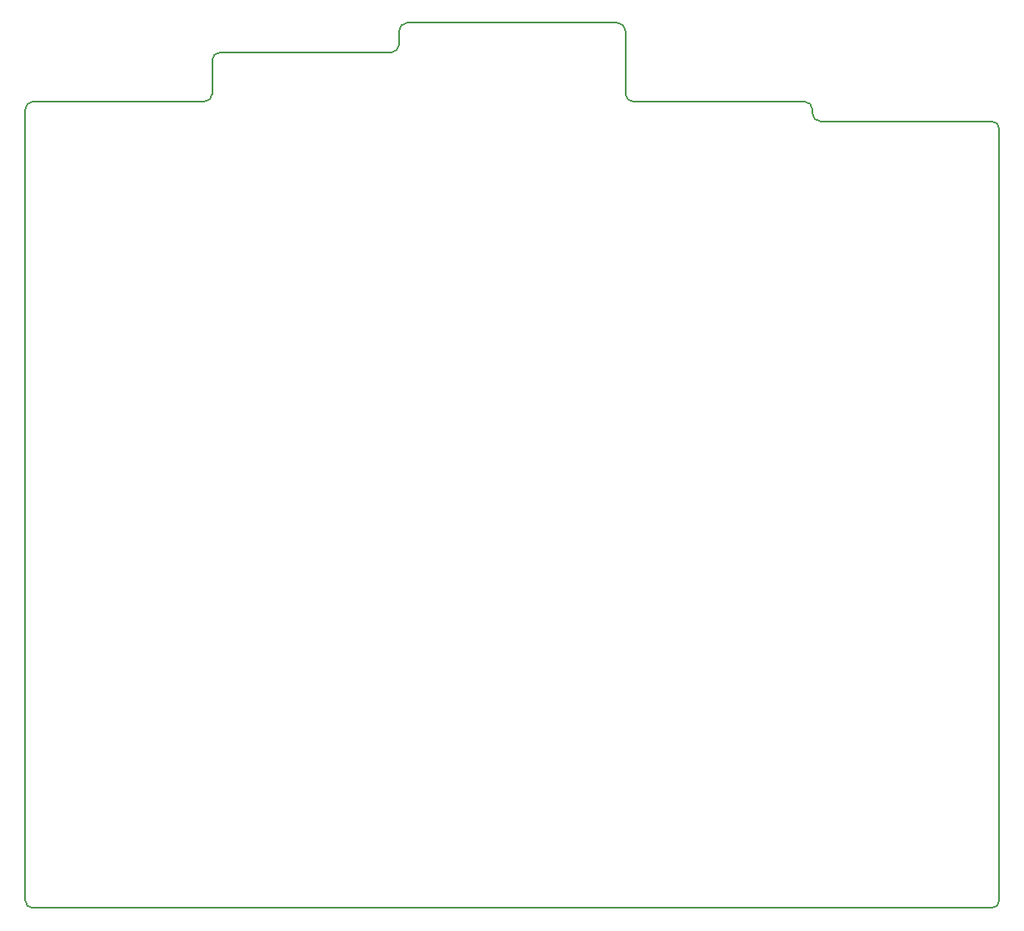
<source format=gbr>
%TF.GenerationSoftware,KiCad,Pcbnew,8.0.4*%
%TF.CreationDate,2024-08-31T21:53:54+08:00*%
%TF.ProjectId,board,626f6172-642e-46b6-9963-61645f706362,v1.0.0*%
%TF.SameCoordinates,Original*%
%TF.FileFunction,Profile,NP*%
%FSLAX46Y46*%
G04 Gerber Fmt 4.6, Leading zero omitted, Abs format (unit mm)*
G04 Created by KiCad (PCBNEW 8.0.4) date 2024-08-31 21:53:54*
%MOMM*%
%LPD*%
G01*
G04 APERTURE LIST*
%TA.AperFunction,Profile*%
%ADD10C,0.150000*%
%TD*%
G04 APERTURE END LIST*
D10*
X261700000Y-108500000D02*
G75*
G02*
X262500000Y-109300000I0J-800000D01*
G01*
X164300000Y-188500000D02*
X261700000Y-188500000D01*
X201500000Y-100700000D02*
G75*
G02*
X200700000Y-101500000I-800000J0D01*
G01*
X225300000Y-106500000D02*
G75*
G02*
X224500000Y-105700000I0J800000D01*
G01*
X164300000Y-188500000D02*
G75*
G02*
X163500000Y-187700000I0J800000D01*
G01*
X243500000Y-107700000D02*
X243500000Y-107300000D01*
X163500000Y-107300000D02*
G75*
G02*
X164300000Y-106500000I800000J0D01*
G01*
X262500000Y-187700000D02*
X262500000Y-109300000D01*
X181700000Y-106500000D02*
X164300000Y-106500000D01*
X201500000Y-99300000D02*
G75*
G02*
X202300000Y-98500000I800000J0D01*
G01*
X223700000Y-98500000D02*
G75*
G02*
X224500000Y-99300000I0J-800000D01*
G01*
X262500000Y-187700000D02*
G75*
G02*
X261700000Y-188500000I-800000J0D01*
G01*
X163500000Y-187700000D02*
X163500000Y-107300000D01*
X224500000Y-105700000D02*
X224500000Y-99300000D01*
X200700000Y-101500000D02*
X183300000Y-101500000D01*
X201500000Y-99300000D02*
X201500000Y-100700000D01*
X261700000Y-108500000D02*
X244300000Y-108500000D01*
X244300000Y-108500000D02*
G75*
G02*
X243500000Y-107700000I0J800000D01*
G01*
X242700000Y-106500000D02*
X225300000Y-106500000D01*
X223700000Y-98500000D02*
X202300000Y-98500000D01*
X182500000Y-102300000D02*
X182500000Y-105700000D01*
X242700000Y-106500000D02*
G75*
G02*
X243500000Y-107300000I0J-800000D01*
G01*
X182500000Y-105700000D02*
G75*
G02*
X181700000Y-106500000I-800000J0D01*
G01*
X182500000Y-102300000D02*
G75*
G02*
X183300000Y-101500000I800000J0D01*
G01*
M02*

</source>
